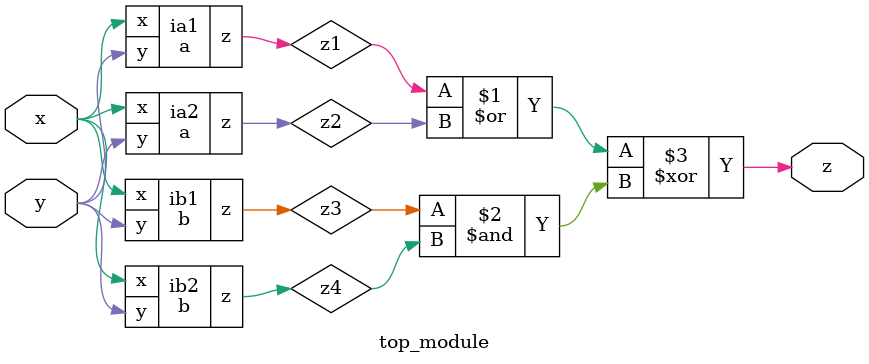
<source format=v>
module a (input x, input y, output z);
    assign z = (x^y) & x;
endmodule


module b ( input x, input y, output z );
    assign z = !(x^y);
endmodule

module top_module (input x, input y, output z);
    
    wire z1, z2, z3, z4;
    
    a ia1
    (
        .x(x),
        .y(y),
        .z(z1),
    );
    
    a ia2
    (
        .x(x),
        .y(y),
        .z(z2),
    );
    
    b ib1
    (
        .x(x),
        .y(y),
        .z(z3),
    );
    
    b ib2
    (
        .x(x),
        .y(y),
        .z(z4),
    );
    
    assign z = ((z1|z2)^(z3&z4));

endmodule

</source>
